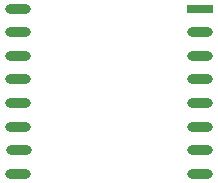
<source format=gbr>
G04 #@! TF.GenerationSoftware,KiCad,Pcbnew,no-vcs-found-7613~57~ubuntu16.04.1*
G04 #@! TF.CreationDate,2017-02-19T17:16:57-08:00*
G04 #@! TF.ProjectId,ESPKey,4553504B65792E6B696361645F706362,rev?*
G04 #@! TF.FileFunction,Paste,Bot*
G04 #@! TF.FilePolarity,Positive*
%FSLAX46Y46*%
G04 Gerber Fmt 4.6, Leading zero omitted, Abs format (unit mm)*
G04 Created by KiCad (PCBNEW no-vcs-found-7613~57~ubuntu16.04.1) date Sun Feb 19 17:16:57 2017*
%MOMM*%
%LPD*%
G01*
G04 APERTURE LIST*
%ADD10C,0.100000*%
%ADD11R,2.200000X0.800000*%
%ADD12O,2.200000X0.800000*%
G04 APERTURE END LIST*
D10*
D11*
X119700000Y-105100000D03*
D12*
X119700000Y-107100000D03*
X119700000Y-109100000D03*
X119700000Y-111100000D03*
X119700000Y-113100000D03*
X119700000Y-115100000D03*
X119700000Y-117100000D03*
X119700000Y-119100000D03*
X104300000Y-119100000D03*
X104400000Y-117100000D03*
X104300000Y-115100000D03*
X104300000Y-113100000D03*
X104300000Y-111100000D03*
X104300000Y-109100000D03*
X104300000Y-107100000D03*
X104300000Y-105100000D03*
M02*

</source>
